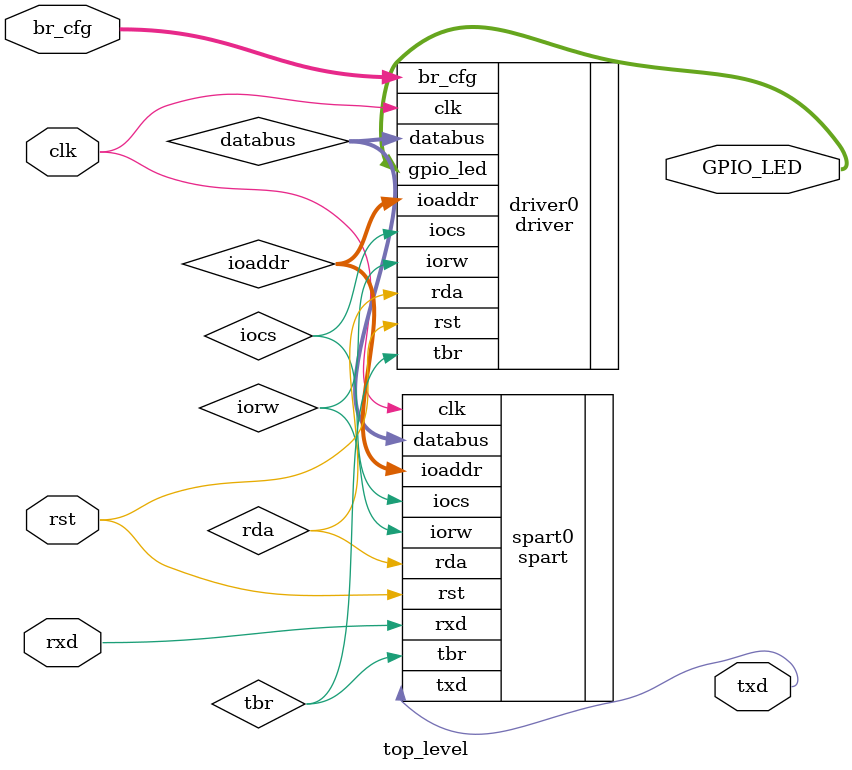
<source format=v>
`timescale 1ns / 1ps
module top_level(
    input clk,         // 100mhz clock
    input rst,         // Asynchronous reset, tied to dip switch 0
    output txd,        // RS232 Transmit Data
    input rxd,         // RS232 Recieve Data
    input [1:0] br_cfg, // Baud Rate Configuration, Tied to dip switches 2 and 3
	 output [7:0] GPIO_LED
    );
	
	wire iocs;
	wire iorw;
	wire rda;
	wire tbr;
	wire [1:0] ioaddr;
	wire [7:0] databus;
	
	// Instantiate your SPART here
	spart spart0( .clk(clk),
                 .rst(rst),
					  .iocs(iocs),
					  .iorw(iorw),
					  .rda(rda),
					  .tbr(tbr),
					  .ioaddr(ioaddr),
					  .databus(databus),
					  .txd(txd),
					  .rxd(rxd)
					 // .gpio_led(GPIO_LED)
					);

	// Instantiate your driver here
	driver driver0( .clk(clk),
	                .rst(rst),
						 .br_cfg(br_cfg),
						 .iocs(iocs),
						 .iorw(iorw),
						 .rda(rda),
						 .tbr(tbr),
						 .ioaddr(ioaddr),
						 .databus(databus),
						 .gpio_led(GPIO_LED)
					 );
					 
endmodule

</source>
